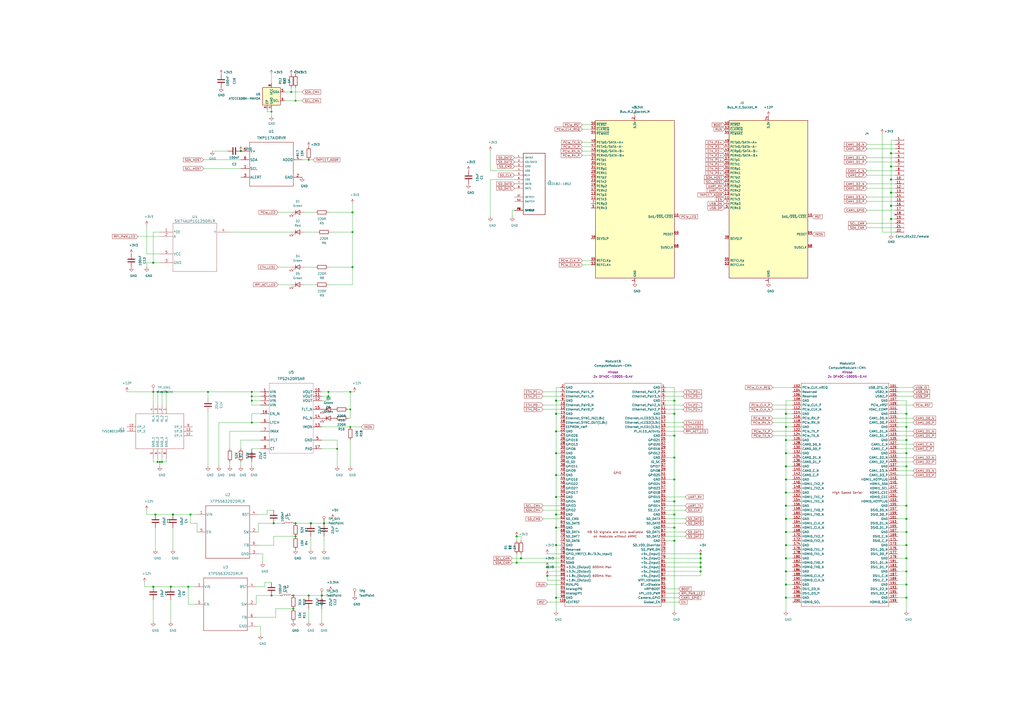
<source format=kicad_sch>
(kicad_sch (version 20210621) (generator eeschema)
  (paper "A2")
  (junction (at 88.9 152.4) (diameter 1.016))
  (junction (at 88.9 227.33))
  (junction (at 88.9 340.36) (diameter 1.016))
  (junction (at 90.17 298.45) (diameter 1.016))
  (junction (at 91.44 227.33))
  (junction (at 91.44 267.97))
  (junction (at 92.71 267.97))
  (junction (at 93.98 227.33))
  (junction (at 93.98 267.97))
  (junction (at 96.52 227.33))
  (junction (at 99.06 340.36) (diameter 1.016))
  (junction (at 100.33 298.45) (diameter 1.016))
  (junction (at 109.22 340.36) (diameter 1.016))
  (junction (at 110.49 298.45) (diameter 1.016))
  (junction (at 120.65 227.33))
  (junction (at 139.7 87.63) (diameter 1.016))
  (junction (at 146.05 227.33))
  (junction (at 146.05 229.87))
  (junction (at 146.05 232.41))
  (junction (at 146.05 245.11))
  (junction (at 157.48 64.77))
  (junction (at 157.48 345.44) (diameter 1.016))
  (junction (at 158.75 303.53) (diameter 1.016))
  (junction (at 168.91 53.34))
  (junction (at 170.18 345.44) (diameter 1.016))
  (junction (at 170.18 353.06) (diameter 1.016))
  (junction (at 171.45 58.42))
  (junction (at 171.45 303.53) (diameter 1.016))
  (junction (at 171.45 311.15) (diameter 1.016))
  (junction (at 179.07 92.71))
  (junction (at 179.07 345.44) (diameter 1.016))
  (junction (at 180.34 303.53) (diameter 1.016))
  (junction (at 186.69 345.44) (diameter 1.016))
  (junction (at 187.96 303.53) (diameter 1.016))
  (junction (at 190.5 227.33))
  (junction (at 190.5 229.87))
  (junction (at 195.58 260.35))
  (junction (at 203.2 227.33))
  (junction (at 203.2 237.49))
  (junction (at 203.2 247.65))
  (junction (at 204.47 123.19) (diameter 1.016))
  (junction (at 204.47 134.62))
  (junction (at 204.47 154.94) (diameter 1.016))
  (junction (at 299.72 311.15) (diameter 1.016))
  (junction (at 299.72 326.39) (diameter 1.016))
  (junction (at 302.26 323.85) (diameter 1.016))
  (junction (at 317.5 328.93) (diameter 1.016))
  (junction (at 317.5 334.01) (diameter 1.016))
  (junction (at 322.58 232.41) (diameter 1.016))
  (junction (at 322.58 240.03) (diameter 1.016))
  (junction (at 322.58 250.19) (diameter 1.016))
  (junction (at 322.58 262.89) (diameter 1.016))
  (junction (at 322.58 275.59) (diameter 1.016))
  (junction (at 322.58 288.29) (diameter 1.016))
  (junction (at 322.58 298.45) (diameter 1.016))
  (junction (at 322.58 306.07) (diameter 1.016))
  (junction (at 322.58 316.23) (diameter 1.016))
  (junction (at 322.58 346.71) (diameter 1.016))
  (junction (at 391.16 232.41) (diameter 1.016))
  (junction (at 391.16 240.03) (diameter 1.016))
  (junction (at 391.16 252.73) (diameter 1.016))
  (junction (at 391.16 265.43) (diameter 1.016))
  (junction (at 391.16 278.13) (diameter 1.016))
  (junction (at 391.16 290.83) (diameter 1.016))
  (junction (at 391.16 298.45) (diameter 1.016))
  (junction (at 391.16 306.07) (diameter 1.016))
  (junction (at 391.16 313.69) (diameter 1.016))
  (junction (at 406.4 321.31) (diameter 1.016))
  (junction (at 406.4 323.85) (diameter 1.016))
  (junction (at 406.4 326.39) (diameter 1.016))
  (junction (at 406.4 328.93) (diameter 1.016))
  (junction (at 406.4 331.47) (diameter 1.016))
  (junction (at 455.93 240.03) (diameter 1.016))
  (junction (at 455.93 247.65) (diameter 1.016))
  (junction (at 455.93 255.27) (diameter 1.016))
  (junction (at 455.93 262.89) (diameter 1.016))
  (junction (at 455.93 270.51) (diameter 1.016))
  (junction (at 455.93 278.13) (diameter 1.016))
  (junction (at 455.93 285.75) (diameter 1.016))
  (junction (at 455.93 293.37) (diameter 1.016))
  (junction (at 455.93 300.99) (diameter 1.016))
  (junction (at 455.93 308.61) (diameter 1.016))
  (junction (at 455.93 316.23) (diameter 1.016))
  (junction (at 455.93 323.85) (diameter 1.016))
  (junction (at 455.93 331.47) (diameter 1.016))
  (junction (at 455.93 339.09) (diameter 1.016))
  (junction (at 455.93 346.71) (diameter 1.016))
  (junction (at 516.89 88.9) (diameter 1.016))
  (junction (at 516.89 96.52) (diameter 1.016))
  (junction (at 516.89 104.14) (diameter 1.016))
  (junction (at 516.89 111.76) (diameter 1.016))
  (junction (at 516.89 119.38) (diameter 1.016))
  (junction (at 516.89 127) (diameter 1.016))
  (junction (at 525.78 240.03) (diameter 1.016))
  (junction (at 525.78 247.65) (diameter 1.016))
  (junction (at 525.78 255.27) (diameter 1.016))
  (junction (at 525.78 262.89) (diameter 1.016))
  (junction (at 525.78 270.51) (diameter 1.016))
  (junction (at 525.78 293.37) (diameter 1.016))
  (junction (at 525.78 300.99) (diameter 1.016))
  (junction (at 525.78 308.61) (diameter 1.016))
  (junction (at 525.78 316.23) (diameter 1.016))
  (junction (at 525.78 323.85) (diameter 1.016))
  (junction (at 525.78 331.47) (diameter 1.016))
  (junction (at 525.78 339.09) (diameter 1.016))
  (junction (at 525.78 346.71) (diameter 1.016))
  (no_connect (at 519.43 124.46))
  (wire (pts (xy 73.66 227.33) (xy 88.9 227.33)))
  (wire (pts (xy 80.01 137.16) (xy 92.71 137.16)))
  (wire (pts (xy 83.82 337.82) (xy 83.82 340.36)))
  (wire (pts (xy 83.82 340.36) (xy 88.9 340.36)))
  (wire (pts (xy 85.09 130.81) (xy 85.09 147.32)))
  (wire (pts (xy 85.09 152.4) (xy 85.09 154.94)))
  (wire (pts (xy 85.09 295.91) (xy 85.09 298.45)))
  (wire (pts (xy 85.09 298.45) (xy 90.17 298.45)))
  (wire (pts (xy 88.9 134.62) (xy 88.9 152.4)))
  (wire (pts (xy 88.9 152.4) (xy 85.09 152.4)))
  (wire (pts (xy 88.9 227.33) (xy 88.9 234.95)))
  (wire (pts (xy 88.9 227.33) (xy 91.44 227.33)))
  (wire (pts (xy 88.9 265.43) (xy 88.9 267.97)))
  (wire (pts (xy 88.9 267.97) (xy 91.44 267.97)))
  (wire (pts (xy 88.9 340.36) (xy 99.06 340.36)))
  (wire (pts (xy 88.9 347.98) (xy 88.9 360.68)))
  (wire (pts (xy 90.17 298.45) (xy 100.33 298.45)))
  (wire (pts (xy 90.17 306.07) (xy 90.17 318.77)))
  (wire (pts (xy 91.44 227.33) (xy 91.44 234.95)))
  (wire (pts (xy 91.44 227.33) (xy 93.98 227.33)))
  (wire (pts (xy 91.44 265.43) (xy 91.44 267.97)))
  (wire (pts (xy 91.44 267.97) (xy 92.71 267.97)))
  (wire (pts (xy 92.71 134.62) (xy 88.9 134.62)))
  (wire (pts (xy 92.71 147.32) (xy 85.09 147.32)))
  (wire (pts (xy 92.71 152.4) (xy 88.9 152.4)))
  (wire (pts (xy 92.71 267.97) (xy 92.71 270.51)))
  (wire (pts (xy 92.71 267.97) (xy 93.98 267.97)))
  (wire (pts (xy 93.98 227.33) (xy 93.98 234.95)))
  (wire (pts (xy 93.98 227.33) (xy 96.52 227.33)))
  (wire (pts (xy 93.98 265.43) (xy 93.98 267.97)))
  (wire (pts (xy 93.98 267.97) (xy 96.52 267.97)))
  (wire (pts (xy 96.52 227.33) (xy 96.52 234.95)))
  (wire (pts (xy 96.52 227.33) (xy 120.65 227.33)))
  (wire (pts (xy 96.52 267.97) (xy 96.52 265.43)))
  (wire (pts (xy 99.06 340.36) (xy 109.22 340.36)))
  (wire (pts (xy 99.06 347.98) (xy 99.06 360.68)))
  (wire (pts (xy 100.33 298.45) (xy 110.49 298.45)))
  (wire (pts (xy 100.33 306.07) (xy 100.33 318.77)))
  (wire (pts (xy 109.22 340.36) (xy 109.22 350.52)))
  (wire (pts (xy 109.22 340.36) (xy 113.03 340.36)))
  (wire (pts (xy 110.49 298.45) (xy 114.3 298.45)))
  (wire (pts (xy 110.49 303.53) (xy 110.49 298.45)))
  (wire (pts (xy 113.03 350.52) (xy 109.22 350.52)))
  (wire (pts (xy 114.3 303.53) (xy 110.49 303.53)))
  (wire (pts (xy 114.3 303.53) (xy 114.3 308.61)))
  (wire (pts (xy 118.11 92.71) (xy 139.7 92.71)))
  (wire (pts (xy 118.11 97.79) (xy 139.7 97.79)))
  (wire (pts (xy 120.65 227.33) (xy 120.65 231.14)))
  (wire (pts (xy 120.65 227.33) (xy 146.05 227.33)))
  (wire (pts (xy 120.65 238.76) (xy 120.65 270.51)))
  (wire (pts (xy 127 245.11) (xy 127 270.51)))
  (wire (pts (xy 132.08 87.63) (xy 123.19 87.63)))
  (wire (pts (xy 133.35 134.62) (xy 168.91 134.62)))
  (wire (pts (xy 133.35 250.19) (xy 133.35 260.35)))
  (wire (pts (xy 133.35 267.97) (xy 133.35 270.51)))
  (wire (pts (xy 139.7 255.27) (xy 139.7 260.35)))
  (wire (pts (xy 139.7 267.97) (xy 139.7 270.51)))
  (wire (pts (xy 146.05 227.33) (xy 151.13 227.33)))
  (wire (pts (xy 146.05 229.87) (xy 146.05 227.33)))
  (wire (pts (xy 146.05 229.87) (xy 151.13 229.87)))
  (wire (pts (xy 146.05 232.41) (xy 146.05 229.87)))
  (wire (pts (xy 146.05 232.41) (xy 151.13 232.41)))
  (wire (pts (xy 146.05 234.95) (xy 146.05 232.41)))
  (wire (pts (xy 146.05 240.03) (xy 146.05 245.11)))
  (wire (pts (xy 146.05 245.11) (xy 127 245.11)))
  (wire (pts (xy 146.05 260.35) (xy 151.13 260.35)))
  (wire (pts (xy 146.05 267.97) (xy 146.05 270.51)))
  (wire (pts (xy 148.59 340.36) (xy 153.67 340.36)))
  (wire (pts (xy 148.59 345.44) (xy 148.59 350.52)))
  (wire (pts (xy 148.59 345.44) (xy 157.48 345.44)))
  (wire (pts (xy 148.59 358.14) (xy 160.02 358.14)))
  (wire (pts (xy 148.59 363.22) (xy 151.13 363.22)))
  (wire (pts (xy 149.86 298.45) (xy 154.94 298.45)))
  (wire (pts (xy 149.86 303.53) (xy 149.86 308.61)))
  (wire (pts (xy 149.86 303.53) (xy 158.75 303.53)))
  (wire (pts (xy 149.86 316.23) (xy 158.75 316.23)))
  (wire (pts (xy 149.86 321.31) (xy 152.4 321.31)))
  (wire (pts (xy 151.13 234.95) (xy 146.05 234.95)))
  (wire (pts (xy 151.13 240.03) (xy 146.05 240.03)))
  (wire (pts (xy 151.13 245.11) (xy 146.05 245.11)))
  (wire (pts (xy 151.13 250.19) (xy 133.35 250.19)))
  (wire (pts (xy 151.13 255.27) (xy 139.7 255.27)))
  (wire (pts (xy 151.13 363.22) (xy 151.13 368.3)))
  (wire (pts (xy 152.4 321.31) (xy 152.4 326.39)))
  (wire (pts (xy 153.67 337.82) (xy 157.48 337.82)))
  (wire (pts (xy 153.67 340.36) (xy 153.67 337.82)))
  (wire (pts (xy 154.94 63.5) (xy 154.94 64.77)))
  (wire (pts (xy 154.94 64.77) (xy 157.48 64.77)))
  (wire (pts (xy 154.94 295.91) (xy 158.75 295.91)))
  (wire (pts (xy 154.94 298.45) (xy 154.94 295.91)))
  (wire (pts (xy 157.48 43.18) (xy 157.48 48.26)))
  (wire (pts (xy 157.48 64.77) (xy 157.48 63.5)))
  (wire (pts (xy 157.48 64.77) (xy 157.48 67.31)))
  (wire (pts (xy 157.48 345.44) (xy 162.56 345.44)))
  (wire (pts (xy 158.75 303.53) (xy 163.83 303.53)))
  (wire (pts (xy 158.75 311.15) (xy 158.75 316.23)))
  (wire (pts (xy 158.75 311.15) (xy 171.45 311.15)))
  (wire (pts (xy 160.02 353.06) (xy 170.18 353.06)))
  (wire (pts (xy 160.02 358.14) (xy 160.02 353.06)))
  (wire (pts (xy 161.29 123.19) (xy 168.91 123.19)))
  (wire (pts (xy 161.29 154.94) (xy 168.91 154.94)))
  (wire (pts (xy 161.29 165.1) (xy 168.91 165.1)))
  (wire (pts (xy 165.1 53.34) (xy 168.91 53.34)))
  (wire (pts (xy 165.1 58.42) (xy 171.45 58.42)))
  (wire (pts (xy 168.91 50.8) (xy 168.91 53.34)))
  (wire (pts (xy 168.91 53.34) (xy 175.26 53.34)))
  (wire (pts (xy 170.18 345.44) (xy 179.07 345.44)))
  (wire (pts (xy 171.45 50.8) (xy 171.45 58.42)))
  (wire (pts (xy 171.45 58.42) (xy 175.26 58.42)))
  (wire (pts (xy 171.45 303.53) (xy 180.34 303.53)))
  (wire (pts (xy 175.26 92.71) (xy 179.07 92.71)))
  (wire (pts (xy 176.53 123.19) (xy 182.88 123.19)))
  (wire (pts (xy 176.53 134.62) (xy 184.15 134.62)))
  (wire (pts (xy 176.53 154.94) (xy 182.88 154.94)))
  (wire (pts (xy 176.53 165.1) (xy 182.88 165.1)))
  (wire (pts (xy 179.07 92.71) (xy 181.61 92.71)))
  (wire (pts (xy 179.07 345.44) (xy 186.69 345.44)))
  (wire (pts (xy 179.07 353.06) (xy 179.07 360.68)))
  (wire (pts (xy 180.34 303.53) (xy 187.96 303.53)))
  (wire (pts (xy 180.34 311.15) (xy 180.34 318.77)))
  (wire (pts (xy 186.69 227.33) (xy 190.5 227.33)))
  (wire (pts (xy 186.69 229.87) (xy 190.5 229.87)))
  (wire (pts (xy 186.69 232.41) (xy 190.5 232.41)))
  (wire (pts (xy 186.69 247.65) (xy 203.2 247.65)))
  (wire (pts (xy 186.69 255.27) (xy 195.58 255.27)))
  (wire (pts (xy 186.69 260.35) (xy 195.58 260.35)))
  (wire (pts (xy 186.69 345.44) (xy 191.77 345.44)))
  (wire (pts (xy 186.69 353.06) (xy 186.69 360.68)))
  (wire (pts (xy 187.96 303.53) (xy 193.04 303.53)))
  (wire (pts (xy 187.96 311.15) (xy 187.96 318.77)))
  (wire (pts (xy 190.5 123.19) (xy 204.47 123.19)))
  (wire (pts (xy 190.5 154.94) (xy 204.47 154.94)))
  (wire (pts (xy 190.5 165.1) (xy 204.47 165.1)))
  (wire (pts (xy 190.5 227.33) (xy 203.2 227.33)))
  (wire (pts (xy 190.5 229.87) (xy 190.5 227.33)))
  (wire (pts (xy 190.5 232.41) (xy 190.5 229.87)))
  (wire (pts (xy 191.77 134.62) (xy 204.47 134.62)))
  (wire (pts (xy 191.77 345.44) (xy 191.77 342.9)))
  (wire (pts (xy 193.04 303.53) (xy 193.04 300.99)))
  (wire (pts (xy 195.58 255.27) (xy 195.58 260.35)))
  (wire (pts (xy 195.58 260.35) (xy 195.58 270.51)))
  (wire (pts (xy 201.93 237.49) (xy 203.2 237.49)))
  (wire (pts (xy 201.93 242.57) (xy 203.2 242.57)))
  (wire (pts (xy 203.2 227.33) (xy 205.74 227.33)))
  (wire (pts (xy 203.2 237.49) (xy 203.2 227.33)))
  (wire (pts (xy 203.2 242.57) (xy 203.2 237.49)))
  (wire (pts (xy 203.2 247.65) (xy 209.55 247.65)))
  (wire (pts (xy 203.2 255.27) (xy 203.2 270.51)))
  (wire (pts (xy 204.47 123.19) (xy 204.47 118.11)))
  (wire (pts (xy 204.47 123.19) (xy 204.47 134.62)))
  (wire (pts (xy 204.47 134.62) (xy 204.47 154.94)))
  (wire (pts (xy 204.47 165.1) (xy 204.47 154.94)))
  (wire (pts (xy 284.48 99.06) (xy 284.48 87.63)))
  (wire (pts (xy 284.48 104.14) (xy 284.48 125.73)))
  (wire (pts (xy 297.18 121.92) (xy 297.18 125.73)))
  (wire (pts (xy 297.18 323.85) (xy 302.26 323.85)))
  (wire (pts (xy 297.18 326.39) (xy 299.72 326.39)))
  (wire (pts (xy 298.45 99.06) (xy 284.48 99.06)))
  (wire (pts (xy 298.45 104.14) (xy 284.48 104.14)))
  (wire (pts (xy 298.45 121.92) (xy 297.18 121.92)))
  (wire (pts (xy 299.72 311.15) (xy 299.72 313.69)))
  (wire (pts (xy 299.72 311.15) (xy 302.26 311.15)))
  (wire (pts (xy 299.72 321.31) (xy 299.72 326.39)))
  (wire (pts (xy 299.72 326.39) (xy 325.12 326.39)))
  (wire (pts (xy 302.26 311.15) (xy 302.26 313.69)))
  (wire (pts (xy 302.26 321.31) (xy 302.26 323.85)))
  (wire (pts (xy 302.26 323.85) (xy 325.12 323.85)))
  (wire (pts (xy 314.96 227.33) (xy 325.12 227.33)))
  (wire (pts (xy 314.96 229.87) (xy 325.12 229.87)))
  (wire (pts (xy 314.96 234.95) (xy 325.12 234.95)))
  (wire (pts (xy 314.96 237.49) (xy 325.12 237.49)))
  (wire (pts (xy 314.96 293.37) (xy 325.12 293.37)))
  (wire (pts (xy 314.96 295.91) (xy 325.12 295.91)))
  (wire (pts (xy 314.96 300.99) (xy 325.12 300.99)))
  (wire (pts (xy 317.5 321.31) (xy 325.12 321.31)))
  (wire (pts (xy 317.5 328.93) (xy 325.12 328.93)))
  (wire (pts (xy 317.5 331.47) (xy 317.5 328.93)))
  (wire (pts (xy 317.5 334.01) (xy 325.12 334.01)))
  (wire (pts (xy 317.5 336.55) (xy 317.5 334.01)))
  (wire (pts (xy 317.5 339.09) (xy 325.12 339.09)))
  (wire (pts (xy 317.5 349.25) (xy 325.12 349.25)))
  (wire (pts (xy 322.58 224.79) (xy 322.58 232.41)))
  (wire (pts (xy 322.58 232.41) (xy 322.58 240.03)))
  (wire (pts (xy 322.58 232.41) (xy 325.12 232.41)))
  (wire (pts (xy 322.58 240.03) (xy 322.58 250.19)))
  (wire (pts (xy 322.58 240.03) (xy 325.12 240.03)))
  (wire (pts (xy 322.58 250.19) (xy 322.58 262.89)))
  (wire (pts (xy 322.58 250.19) (xy 325.12 250.19)))
  (wire (pts (xy 322.58 262.89) (xy 322.58 275.59)))
  (wire (pts (xy 322.58 262.89) (xy 325.12 262.89)))
  (wire (pts (xy 322.58 275.59) (xy 322.58 288.29)))
  (wire (pts (xy 322.58 275.59) (xy 325.12 275.59)))
  (wire (pts (xy 322.58 288.29) (xy 322.58 298.45)))
  (wire (pts (xy 322.58 288.29) (xy 325.12 288.29)))
  (wire (pts (xy 322.58 298.45) (xy 322.58 306.07)))
  (wire (pts (xy 322.58 298.45) (xy 325.12 298.45)))
  (wire (pts (xy 322.58 306.07) (xy 322.58 316.23)))
  (wire (pts (xy 322.58 306.07) (xy 325.12 306.07)))
  (wire (pts (xy 322.58 316.23) (xy 322.58 346.71)))
  (wire (pts (xy 322.58 316.23) (xy 325.12 316.23)))
  (wire (pts (xy 322.58 346.71) (xy 322.58 354.33)))
  (wire (pts (xy 322.58 346.71) (xy 325.12 346.71)))
  (wire (pts (xy 325.12 224.79) (xy 322.58 224.79)))
  (wire (pts (xy 325.12 331.47) (xy 317.5 331.47)))
  (wire (pts (xy 325.12 336.55) (xy 317.5 336.55)))
  (wire (pts (xy 337.82 72.39) (xy 342.9 72.39)))
  (wire (pts (xy 337.82 74.93) (xy 342.9 74.93)))
  (wire (pts (xy 337.82 82.55) (xy 342.9 82.55)))
  (wire (pts (xy 337.82 85.09) (xy 342.9 85.09)))
  (wire (pts (xy 337.82 87.63) (xy 342.9 87.63)))
  (wire (pts (xy 337.82 90.17) (xy 342.9 90.17)))
  (wire (pts (xy 337.82 151.13) (xy 342.9 151.13)))
  (wire (pts (xy 337.82 153.67) (xy 342.9 153.67)))
  (wire (pts (xy 386.08 224.79) (xy 391.16 224.79)))
  (wire (pts (xy 386.08 227.33) (xy 396.24 227.33)))
  (wire (pts (xy 386.08 229.87) (xy 396.24 229.87)))
  (wire (pts (xy 386.08 232.41) (xy 391.16 232.41)))
  (wire (pts (xy 386.08 234.95) (xy 396.24 234.95)))
  (wire (pts (xy 386.08 237.49) (xy 396.24 237.49)))
  (wire (pts (xy 386.08 240.03) (xy 391.16 240.03)))
  (wire (pts (xy 386.08 245.11) (xy 396.24 245.11)))
  (wire (pts (xy 386.08 247.65) (xy 396.24 247.65)))
  (wire (pts (xy 386.08 250.19) (xy 396.24 250.19)))
  (wire (pts (xy 386.08 252.73) (xy 391.16 252.73)))
  (wire (pts (xy 386.08 265.43) (xy 391.16 265.43)))
  (wire (pts (xy 386.08 278.13) (xy 391.16 278.13)))
  (wire (pts (xy 386.08 288.29) (xy 397.51 288.29)))
  (wire (pts (xy 386.08 290.83) (xy 391.16 290.83)))
  (wire (pts (xy 386.08 293.37) (xy 397.51 293.37)))
  (wire (pts (xy 386.08 295.91) (xy 397.51 295.91)))
  (wire (pts (xy 386.08 298.45) (xy 391.16 298.45)))
  (wire (pts (xy 386.08 300.99) (xy 397.51 300.99)))
  (wire (pts (xy 386.08 303.53) (xy 397.51 303.53)))
  (wire (pts (xy 386.08 306.07) (xy 391.16 306.07)))
  (wire (pts (xy 386.08 308.61) (xy 397.51 308.61)))
  (wire (pts (xy 386.08 311.15) (xy 397.51 311.15)))
  (wire (pts (xy 386.08 313.69) (xy 391.16 313.69)))
  (wire (pts (xy 386.08 321.31) (xy 406.4 321.31)))
  (wire (pts (xy 386.08 323.85) (xy 406.4 323.85)))
  (wire (pts (xy 386.08 326.39) (xy 406.4 326.39)))
  (wire (pts (xy 386.08 328.93) (xy 406.4 328.93)))
  (wire (pts (xy 386.08 331.47) (xy 406.4 331.47)))
  (wire (pts (xy 386.08 334.01) (xy 406.4 334.01)))
  (wire (pts (xy 386.08 341.63) (xy 393.7 341.63)))
  (wire (pts (xy 386.08 344.17) (xy 393.7 344.17)))
  (wire (pts (xy 386.08 346.71) (xy 393.7 346.71)))
  (wire (pts (xy 386.08 349.25) (xy 393.7 349.25)))
  (wire (pts (xy 391.16 224.79) (xy 391.16 232.41)))
  (wire (pts (xy 391.16 232.41) (xy 391.16 240.03)))
  (wire (pts (xy 391.16 240.03) (xy 391.16 252.73)))
  (wire (pts (xy 391.16 252.73) (xy 391.16 265.43)))
  (wire (pts (xy 391.16 265.43) (xy 391.16 278.13)))
  (wire (pts (xy 391.16 278.13) (xy 391.16 290.83)))
  (wire (pts (xy 391.16 290.83) (xy 391.16 298.45)))
  (wire (pts (xy 391.16 298.45) (xy 391.16 306.07)))
  (wire (pts (xy 391.16 306.07) (xy 391.16 313.69)))
  (wire (pts (xy 391.16 313.69) (xy 391.16 354.33)))
  (wire (pts (xy 406.4 323.85) (xy 406.4 321.31)))
  (wire (pts (xy 406.4 326.39) (xy 406.4 323.85)))
  (wire (pts (xy 406.4 328.93) (xy 406.4 326.39)))
  (wire (pts (xy 406.4 331.47) (xy 406.4 328.93)))
  (wire (pts (xy 406.4 334.01) (xy 406.4 331.47)))
  (wire (pts (xy 448.31 224.79) (xy 459.74 224.79)))
  (wire (pts (xy 448.31 234.95) (xy 459.74 234.95)))
  (wire (pts (xy 448.31 237.49) (xy 459.74 237.49)))
  (wire (pts (xy 448.31 245.11) (xy 459.74 245.11)))
  (wire (pts (xy 455.93 232.41) (xy 455.93 240.03)))
  (wire (pts (xy 455.93 240.03) (xy 455.93 247.65)))
  (wire (pts (xy 455.93 240.03) (xy 459.74 240.03)))
  (wire (pts (xy 455.93 247.65) (xy 455.93 255.27)))
  (wire (pts (xy 455.93 247.65) (xy 459.74 247.65)))
  (wire (pts (xy 455.93 255.27) (xy 455.93 262.89)))
  (wire (pts (xy 455.93 255.27) (xy 459.74 255.27)))
  (wire (pts (xy 455.93 262.89) (xy 455.93 270.51)))
  (wire (pts (xy 455.93 262.89) (xy 459.74 262.89)))
  (wire (pts (xy 455.93 270.51) (xy 455.93 278.13)))
  (wire (pts (xy 455.93 270.51) (xy 459.74 270.51)))
  (wire (pts (xy 455.93 278.13) (xy 455.93 285.75)))
  (wire (pts (xy 455.93 278.13) (xy 459.74 278.13)))
  (wire (pts (xy 455.93 285.75) (xy 455.93 293.37)))
  (wire (pts (xy 455.93 285.75) (xy 459.74 285.75)))
  (wire (pts (xy 455.93 293.37) (xy 455.93 300.99)))
  (wire (pts (xy 455.93 293.37) (xy 459.74 293.37)))
  (wire (pts (xy 455.93 300.99) (xy 455.93 308.61)))
  (wire (pts (xy 455.93 300.99) (xy 459.74 300.99)))
  (wire (pts (xy 455.93 308.61) (xy 455.93 316.23)))
  (wire (pts (xy 455.93 308.61) (xy 459.74 308.61)))
  (wire (pts (xy 455.93 316.23) (xy 455.93 323.85)))
  (wire (pts (xy 455.93 316.23) (xy 459.74 316.23)))
  (wire (pts (xy 455.93 323.85) (xy 455.93 331.47)))
  (wire (pts (xy 455.93 323.85) (xy 459.74 323.85)))
  (wire (pts (xy 455.93 331.47) (xy 455.93 339.09)))
  (wire (pts (xy 455.93 331.47) (xy 459.74 331.47)))
  (wire (pts (xy 455.93 339.09) (xy 455.93 346.71)))
  (wire (pts (xy 455.93 339.09) (xy 459.74 339.09)))
  (wire (pts (xy 455.93 346.71) (xy 455.93 354.33)))
  (wire (pts (xy 455.93 346.71) (xy 459.74 346.71)))
  (wire (pts (xy 459.74 232.41) (xy 455.93 232.41)))
  (wire (pts (xy 459.74 242.57) (xy 448.31 242.57)))
  (wire (pts (xy 459.74 250.19) (xy 448.31 250.19)))
  (wire (pts (xy 459.74 252.73) (xy 448.31 252.73)))
  (wire (pts (xy 502.92 83.82) (xy 519.43 83.82)))
  (wire (pts (xy 502.92 86.36) (xy 519.43 86.36)))
  (wire (pts (xy 502.92 91.44) (xy 519.43 91.44)))
  (wire (pts (xy 502.92 93.98) (xy 519.43 93.98)))
  (wire (pts (xy 502.92 99.06) (xy 519.43 99.06)))
  (wire (pts (xy 502.92 101.6) (xy 519.43 101.6)))
  (wire (pts (xy 502.92 106.68) (xy 519.43 106.68)))
  (wire (pts (xy 502.92 109.22) (xy 519.43 109.22)))
  (wire (pts (xy 502.92 114.3) (xy 519.43 114.3)))
  (wire (pts (xy 502.92 116.84) (xy 519.43 116.84)))
  (wire (pts (xy 502.92 121.92) (xy 519.43 121.92)))
  (wire (pts (xy 502.92 129.54) (xy 519.43 129.54)))
  (wire (pts (xy 502.92 132.08) (xy 519.43 132.08)))
  (wire (pts (xy 511.81 77.47) (xy 511.81 134.62)))
  (wire (pts (xy 516.89 81.28) (xy 516.89 88.9)))
  (wire (pts (xy 516.89 88.9) (xy 516.89 96.52)))
  (wire (pts (xy 516.89 88.9) (xy 519.43 88.9)))
  (wire (pts (xy 516.89 96.52) (xy 516.89 104.14)))
  (wire (pts (xy 516.89 96.52) (xy 519.43 96.52)))
  (wire (pts (xy 516.89 104.14) (xy 516.89 111.76)))
  (wire (pts (xy 516.89 104.14) (xy 519.43 104.14)))
  (wire (pts (xy 516.89 111.76) (xy 516.89 119.38)))
  (wire (pts (xy 516.89 111.76) (xy 519.43 111.76)))
  (wire (pts (xy 516.89 119.38) (xy 516.89 127)))
  (wire (pts (xy 516.89 119.38) (xy 519.43 119.38)))
  (wire (pts (xy 516.89 127) (xy 516.89 135.89)))
  (wire (pts (xy 516.89 127) (xy 519.43 127)))
  (wire (pts (xy 519.43 81.28) (xy 516.89 81.28)))
  (wire (pts (xy 519.43 134.62) (xy 511.81 134.62)))
  (wire (pts (xy 520.7 224.79) (xy 529.59 224.79)))
  (wire (pts (xy 520.7 227.33) (xy 529.59 227.33)))
  (wire (pts (xy 520.7 229.87) (xy 529.59 229.87)))
  (wire (pts (xy 520.7 232.41) (xy 525.78 232.41)))
  (wire (pts (xy 520.7 234.95) (xy 529.59 234.95)))
  (wire (pts (xy 520.7 240.03) (xy 525.78 240.03)))
  (wire (pts (xy 520.7 242.57) (xy 529.59 242.57)))
  (wire (pts (xy 520.7 245.11) (xy 529.59 245.11)))
  (wire (pts (xy 520.7 247.65) (xy 525.78 247.65)))
  (wire (pts (xy 520.7 250.19) (xy 529.59 250.19)))
  (wire (pts (xy 520.7 252.73) (xy 529.59 252.73)))
  (wire (pts (xy 520.7 255.27) (xy 525.78 255.27)))
  (wire (pts (xy 520.7 257.81) (xy 529.59 257.81)))
  (wire (pts (xy 520.7 260.35) (xy 529.59 260.35)))
  (wire (pts (xy 520.7 262.89) (xy 525.78 262.89)))
  (wire (pts (xy 520.7 265.43) (xy 529.59 265.43)))
  (wire (pts (xy 520.7 267.97) (xy 529.59 267.97)))
  (wire (pts (xy 520.7 270.51) (xy 525.78 270.51)))
  (wire (pts (xy 520.7 273.05) (xy 529.59 273.05)))
  (wire (pts (xy 520.7 275.59) (xy 529.59 275.59)))
  (wire (pts (xy 520.7 293.37) (xy 525.78 293.37)))
  (wire (pts (xy 520.7 300.99) (xy 525.78 300.99)))
  (wire (pts (xy 520.7 308.61) (xy 525.78 308.61)))
  (wire (pts (xy 520.7 316.23) (xy 525.78 316.23)))
  (wire (pts (xy 520.7 323.85) (xy 525.78 323.85)))
  (wire (pts (xy 520.7 331.47) (xy 525.78 331.47)))
  (wire (pts (xy 520.7 339.09) (xy 525.78 339.09)))
  (wire (pts (xy 520.7 346.71) (xy 525.78 346.71)))
  (wire (pts (xy 525.78 232.41) (xy 525.78 240.03)))
  (wire (pts (xy 525.78 240.03) (xy 525.78 247.65)))
  (wire (pts (xy 525.78 247.65) (xy 525.78 255.27)))
  (wire (pts (xy 525.78 255.27) (xy 525.78 262.89)))
  (wire (pts (xy 525.78 262.89) (xy 525.78 270.51)))
  (wire (pts (xy 525.78 270.51) (xy 525.78 293.37)))
  (wire (pts (xy 525.78 293.37) (xy 525.78 300.99)))
  (wire (pts (xy 525.78 300.99) (xy 525.78 308.61)))
  (wire (pts (xy 525.78 308.61) (xy 525.78 316.23)))
  (wire (pts (xy 525.78 316.23) (xy 525.78 323.85)))
  (wire (pts (xy 525.78 323.85) (xy 525.78 331.47)))
  (wire (pts (xy 525.78 331.47) (xy 525.78 339.09)))
  (wire (pts (xy 525.78 339.09) (xy 525.78 346.71)))
  (wire (pts (xy 525.78 346.71) (xy 525.78 354.33)))
  (global_label "RPI_PWR_LED" (shape input) (at 80.01 137.16 180) (property "Intersheet References" "${INTERSHEET_REFS}" (effects hide)))
  (global_label "SDA_HOST" (shape input) (at 118.11 92.71 180) (property "Intersheet References" "${INTERSHEET_REFS}" (effects hide)))
  (global_label "SCL_HOST" (shape input) (at 118.11 97.79 180) (property "Intersheet References" "${INTERSHEET_REFS}" (effects hide)))
  (global_label "PCIe_LED" (shape input) (at 161.29 123.19 180) (property "Intersheet References" "${INTERSHEET_REFS}" (effects hide)))
  (global_label "ETH_LED1" (shape input) (at 161.29 154.94 180) (property "Intersheet References" "${INTERSHEET_REFS}" (effects hide)))
  (global_label "RPI_ACT_LED" (shape input) (at 161.29 165.1 180) (property "Intersheet References" "${INTERSHEET_REFS}" (effects hide)))
  (global_label "SDA_CM4" (shape input) (at 175.26 53.34 0) (property "Intersheet References" "${INTERSHEET_REFS}" (effects hide)))
  (global_label "SCL_CM4" (shape input) (at 175.26 58.42 0) (property "Intersheet References" "${INTERSHEET_REFS}" (effects hide)))
  (global_label "TMP117_ADDR" (shape input) (at 181.61 92.71 0) (property "Intersheet References" "${INTERSHEET_REFS}" (effects hide)))
  (global_label "IMON" (shape input) (at 209.55 247.65 0) (property "Intersheet References" "${INTERSHEET_REFS}" (effects hide)))
  (global_label "SCL_CAM" (shape input) (at 297.18 323.85 180) (property "Intersheet References" "${INTERSHEET_REFS}" (effects hide)))
  (global_label "SDA_CAM" (shape input) (at 297.18 326.39 180) (property "Intersheet References" "${INTERSHEET_REFS}" (effects hide)))
  (global_label "SD_DAT2" (shape input) (at 298.45 91.44 180) (property "Intersheet References" "${INTERSHEET_REFS}" (effects hide)))
  (global_label "SD_DAT3" (shape input) (at 298.45 93.98 180) (property "Intersheet References" "${INTERSHEET_REFS}" (effects hide)))
  (global_label "SD_CMD" (shape input) (at 298.45 96.52 180) (property "Intersheet References" "${INTERSHEET_REFS}" (effects hide)))
  (global_label "SD_CLK" (shape input) (at 298.45 101.6 180) (property "Intersheet References" "${INTERSHEET_REFS}" (effects hide)))
  (global_label "SD_DAT0" (shape input) (at 298.45 106.68 180) (property "Intersheet References" "${INTERSHEET_REFS}" (effects hide)))
  (global_label "SD_DAT1" (shape input) (at 298.45 109.22 180) (property "Intersheet References" "${INTERSHEET_REFS}" (effects hide)))
  (global_label "ETH_P1+" (shape input) (at 314.96 227.33 180) (property "Intersheet References" "${INTERSHEET_REFS}" (effects hide)))
  (global_label "ETH_P1-" (shape input) (at 314.96 229.87 180) (property "Intersheet References" "${INTERSHEET_REFS}" (effects hide)))
  (global_label "ETH_P0-" (shape input) (at 314.96 234.95 180) (property "Intersheet References" "${INTERSHEET_REFS}" (effects hide)))
  (global_label "ETH_P0+" (shape input) (at 314.96 237.49 180) (property "Intersheet References" "${INTERSHEET_REFS}" (effects hide)))
  (global_label "SCL_CM4" (shape input) (at 314.96 293.37 180) (property "Intersheet References" "${INTERSHEET_REFS}" (effects hide)))
  (global_label "SDA_CM4" (shape input) (at 314.96 295.91 180) (property "Intersheet References" "${INTERSHEET_REFS}" (effects hide)))
  (global_label "SD_CMD" (shape input) (at 314.96 300.99 180) (property "Intersheet References" "${INTERSHEET_REFS}" (effects hide)))
  (global_label "RUN" (shape input) (at 317.5 339.09 180) (property "Intersheet References" "${INTERSHEET_REFS}" (effects hide)))
  (global_label "RST" (shape input) (at 317.5 349.25 180) (property "Intersheet References" "${INTERSHEET_REFS}" (effects hide)))
  (global_label "PCIe_RST" (shape input) (at 337.82 72.39 180) (property "Intersheet References" "${INTERSHEET_REFS}" (effects hide)))
  (global_label "PCIe_CLK_REQ" (shape input) (at 337.82 74.93 180) (property "Intersheet References" "${INTERSHEET_REFS}" (effects hide)))
  (global_label "PCIe_TX_N" (shape input) (at 337.82 82.55 180) (property "Intersheet References" "${INTERSHEET_REFS}" (effects hide)))
  (global_label "PCIe_TX_P" (shape input) (at 337.82 85.09 180) (property "Intersheet References" "${INTERSHEET_REFS}" (effects hide)))
  (global_label "PCIe_RX_N" (shape input) (at 337.82 87.63 180) (property "Intersheet References" "${INTERSHEET_REFS}" (effects hide)))
  (global_label "PCIe_RX_P" (shape input) (at 337.82 90.17 180) (property "Intersheet References" "${INTERSHEET_REFS}" (effects hide)))
  (global_label "PCIe_CLK_P" (shape input) (at 337.82 151.13 180) (property "Intersheet References" "${INTERSHEET_REFS}" (effects hide)))
  (global_label "PCIe_CLK_N" (shape input) (at 337.82 153.67 180) (property "Intersheet References" "${INTERSHEET_REFS}" (effects hide)))
  (global_label "PCIe_LED" (shape input) (at 393.7 125.73 0) (property "Intersheet References" "${INTERSHEET_REFS}" (effects hide)))
  (global_label "BOOT" (shape input) (at 393.7 341.63 0) (property "Intersheet References" "${INTERSHEET_REFS}" (effects hide)))
  (global_label "RPI_PWR_LED" (shape input) (at 393.7 344.17 0) (property "Intersheet References" "${INTERSHEET_REFS}" (effects hide)))
  (global_label "CAM1_GPIO" (shape input) (at 393.7 346.71 0) (property "Intersheet References" "${INTERSHEET_REFS}" (effects hide)))
  (global_label "EN" (shape input) (at 393.7 349.25 0) (property "Intersheet References" "${INTERSHEET_REFS}" (effects hide)))
  (global_label "ETH_P3+" (shape input) (at 396.24 227.33 0) (property "Intersheet References" "${INTERSHEET_REFS}" (effects hide)))
  (global_label "ETH_P3-" (shape input) (at 396.24 229.87 0) (property "Intersheet References" "${INTERSHEET_REFS}" (effects hide)))
  (global_label "ETH_P2-" (shape input) (at 396.24 234.95 0) (property "Intersheet References" "${INTERSHEET_REFS}" (effects hide)))
  (global_label "ETH_P2+" (shape input) (at 396.24 237.49 0) (property "Intersheet References" "${INTERSHEET_REFS}" (effects hide)))
  (global_label "ETH_LED2" (shape input) (at 396.24 245.11 0) (property "Intersheet References" "${INTERSHEET_REFS}" (effects hide)))
  (global_label "ETH_LED1" (shape input) (at 396.24 247.65 0) (property "Intersheet References" "${INTERSHEET_REFS}" (effects hide)))
  (global_label "RPI_ACT_LED" (shape input) (at 396.24 250.19 0) (property "Intersheet References" "${INTERSHEET_REFS}" (effects hide)))
  (global_label "UART_RX" (shape input) (at 397.51 288.29 0) (property "Intersheet References" "${INTERSHEET_REFS}" (effects hide)))
  (global_label "UART_TX" (shape input) (at 397.51 293.37 0) (property "Intersheet References" "${INTERSHEET_REFS}" (effects hide)))
  (global_label "SD_CLK" (shape input) (at 397.51 295.91 0) (property "Intersheet References" "${INTERSHEET_REFS}" (effects hide)))
  (global_label "SD_DAT3" (shape input) (at 397.51 300.99 0) (property "Intersheet References" "${INTERSHEET_REFS}" (effects hide)))
  (global_label "SD_DAT0" (shape input) (at 397.51 303.53 0) (property "Intersheet References" "${INTERSHEET_REFS}" (effects hide)))
  (global_label "SD_DAT1" (shape input) (at 397.51 308.61 0) (property "Intersheet References" "${INTERSHEET_REFS}" (effects hide)))
  (global_label "SD_DAT2" (shape input) (at 397.51 311.15 0) (property "Intersheet References" "${INTERSHEET_REFS}" (effects hide)))
  (global_label "BOOT" (shape input) (at 420.37 72.39 180) (property "Intersheet References" "${INTERSHEET_REFS}" (effects hide)))
  (global_label "RUN" (shape input) (at 420.37 74.93 180) (property "Intersheet References" "${INTERSHEET_REFS}" (effects hide)))
  (global_label "ETH_P3+" (shape input) (at 420.37 82.55 180) (property "Intersheet References" "${INTERSHEET_REFS}" (effects hide)))
  (global_label "ETH_P3-" (shape input) (at 420.37 85.09 180) (property "Intersheet References" "${INTERSHEET_REFS}" (effects hide)))
  (global_label "ETH_P2-" (shape input) (at 420.37 87.63 180) (property "Intersheet References" "${INTERSHEET_REFS}" (effects hide)))
  (global_label "ETH_P2+" (shape input) (at 420.37 90.17 180) (property "Intersheet References" "${INTERSHEET_REFS}" (effects hide)))
  (global_label "ETH_P1+" (shape input) (at 420.37 92.71 180) (property "Intersheet References" "${INTERSHEET_REFS}" (effects hide)))
  (global_label "ETH_P1-" (shape input) (at 420.37 95.25 180) (property "Intersheet References" "${INTERSHEET_REFS}" (effects hide)))
  (global_label "ETH_P0-" (shape input) (at 420.37 97.79 180) (property "Intersheet References" "${INTERSHEET_REFS}" (effects hide)))
  (global_label "ETH_P0+" (shape input) (at 420.37 100.33 180) (property "Intersheet References" "${INTERSHEET_REFS}" (effects hide)))
  (global_label "SDA_HOST" (shape input) (at 420.37 102.87 180) (property "Intersheet References" "${INTERSHEET_REFS}" (effects hide)))
  (global_label "SCL_HOST" (shape input) (at 420.37 105.41 180) (property "Intersheet References" "${INTERSHEET_REFS}" (effects hide)))
  (global_label "UART_RX" (shape input) (at 420.37 107.95 180) (property "Intersheet References" "${INTERSHEET_REFS}" (effects hide)))
  (global_label "UART_TX" (shape input) (at 420.37 110.49 180) (property "Intersheet References" "${INTERSHEET_REFS}" (effects hide)))
  (global_label "TMP117_ADDR" (shape input) (at 420.37 113.03 180) (property "Intersheet References" "${INTERSHEET_REFS}" (effects hide)))
  (global_label "EN" (shape input) (at 420.37 115.57 180) (property "Intersheet References" "${INTERSHEET_REFS}" (effects hide)))
  (global_label "USB_DN" (shape input) (at 420.37 118.11 180) (property "Intersheet References" "${INTERSHEET_REFS}" (effects hide)))
  (global_label "USB_DP" (shape input) (at 420.37 120.65 180) (property "Intersheet References" "${INTERSHEET_REFS}" (effects hide)))
  (global_label "PCIe_CLK_REQ" (shape input) (at 448.31 224.79 180) (property "Intersheet References" "${INTERSHEET_REFS}" (effects hide)))
  (global_label "PCIe_CLK_P" (shape input) (at 448.31 234.95 180) (property "Intersheet References" "${INTERSHEET_REFS}" (effects hide)))
  (global_label "PCIe_CLK_N" (shape input) (at 448.31 237.49 180) (property "Intersheet References" "${INTERSHEET_REFS}" (effects hide)))
  (global_label "PCIe_RX_P" (shape input) (at 448.31 242.57 180) (property "Intersheet References" "${INTERSHEET_REFS}" (effects hide)))
  (global_label "PCIe_RX_N" (shape input) (at 448.31 245.11 180) (property "Intersheet References" "${INTERSHEET_REFS}" (effects hide)))
  (global_label "PCIe_TX_P" (shape input) (at 448.31 250.19 180) (property "Intersheet References" "${INTERSHEET_REFS}" (effects hide)))
  (global_label "PCIe_TX_N" (shape input) (at 448.31 252.73 180) (property "Intersheet References" "${INTERSHEET_REFS}" (effects hide)))
  (global_label "RST" (shape input) (at 471.17 125.73 0) (property "Intersheet References" "${INTERSHEET_REFS}" (effects hide)))
  (global_label "IMON" (shape input) (at 471.17 135.89 0) (property "Intersheet References" "${INTERSHEET_REFS}" (effects hide)))
  (global_label "CAM1_D0_N" (shape input) (at 502.92 83.82 180) (property "Intersheet References" "${INTERSHEET_REFS}" (effects hide)))
  (global_label "CAM1_D0_P" (shape input) (at 502.92 86.36 180) (property "Intersheet References" "${INTERSHEET_REFS}" (effects hide)))
  (global_label "CAM1_D1_N" (shape input) (at 502.92 91.44 180) (property "Intersheet References" "${INTERSHEET_REFS}" (effects hide)))
  (global_label "CAM1_D1_P" (shape input) (at 502.92 93.98 180) (property "Intersheet References" "${INTERSHEET_REFS}" (effects hide)))
  (global_label "CAM1_C_N" (shape input) (at 502.92 99.06 180) (property "Intersheet References" "${INTERSHEET_REFS}" (effects hide)))
  (global_label "CAM1_C_P" (shape input) (at 502.92 101.6 180) (property "Intersheet References" "${INTERSHEET_REFS}" (effects hide)))
  (global_label "CAM1_D2_N" (shape input) (at 502.92 106.68 180) (property "Intersheet References" "${INTERSHEET_REFS}" (effects hide)))
  (global_label "CAM1_D2_P" (shape input) (at 502.92 109.22 180) (property "Intersheet References" "${INTERSHEET_REFS}" (effects hide)))
  (global_label "CAM1_D3_N" (shape input) (at 502.92 114.3 180) (property "Intersheet References" "${INTERSHEET_REFS}" (effects hide)))
  (global_label "CAM1_D3_P" (shape input) (at 502.92 116.84 180) (property "Intersheet References" "${INTERSHEET_REFS}" (effects hide)))
  (global_label "CAM1_GPIO" (shape input) (at 502.92 121.92 180) (property "Intersheet References" "${INTERSHEET_REFS}" (effects hide)))
  (global_label "SCL_CAM" (shape input) (at 502.92 129.54 180) (property "Intersheet References" "${INTERSHEET_REFS}" (effects hide)))
  (global_label "SDA_CAM" (shape input) (at 502.92 132.08 180) (property "Intersheet References" "${INTERSHEET_REFS}" (effects hide)))
  (global_label "USB_ID" (shape input) (at 529.59 224.79 0) (property "Intersheet References" "${INTERSHEET_REFS}" (effects hide)))
  (global_label "USB_DN" (shape input) (at 529.59 227.33 0) (property "Intersheet References" "${INTERSHEET_REFS}" (effects hide)))
  (global_label "USB_DP" (shape input) (at 529.59 229.87 0) (property "Intersheet References" "${INTERSHEET_REFS}" (effects hide)))
  (global_label "PCIe_RST" (shape input) (at 529.59 234.95 0) (property "Intersheet References" "${INTERSHEET_REFS}" (effects hide)))
  (global_label "CAM1_D0_N" (shape input) (at 529.59 242.57 0) (property "Intersheet References" "${INTERSHEET_REFS}" (effects hide)))
  (global_label "CAM1_D0_P" (shape input) (at 529.59 245.11 0) (property "Intersheet References" "${INTERSHEET_REFS}" (effects hide)))
  (global_label "CAM1_D1_N" (shape input) (at 529.59 250.19 0) (property "Intersheet References" "${INTERSHEET_REFS}" (effects hide)))
  (global_label "CAM1_D1_P" (shape input) (at 529.59 252.73 0) (property "Intersheet References" "${INTERSHEET_REFS}" (effects hide)))
  (global_label "CAM1_C_N" (shape input) (at 529.59 257.81 0) (property "Intersheet References" "${INTERSHEET_REFS}" (effects hide)))
  (global_label "CAM1_C_P" (shape input) (at 529.59 260.35 0) (property "Intersheet References" "${INTERSHEET_REFS}" (effects hide)))
  (global_label "CAM1_D2_N" (shape input) (at 529.59 265.43 0) (property "Intersheet References" "${INTERSHEET_REFS}" (effects hide)))
  (global_label "CAM1_D2_P" (shape input) (at 529.59 267.97 0) (property "Intersheet References" "${INTERSHEET_REFS}" (effects hide)))
  (global_label "CAM1_D3_N" (shape input) (at 529.59 273.05 0) (property "Intersheet References" "${INTERSHEET_REFS}" (effects hide)))
  (global_label "CAM1_D3_P" (shape input) (at 529.59 275.59 0) (property "Intersheet References" "${INTERSHEET_REFS}" (effects hide)))
  (symbol (lib_id "power:+12P") (at 73.66 227.33 0) (unit 1)
    (property "Reference" "#PWR0153" (effects hide))
    (property "Value" "+12P" (at 73.66 222.25 0))
  )
  (symbol (lib_id "power:+3V3") (at 76.2 147.32 0) (unit 1)
    (property "Reference" "#PWR0148" (effects hide))
    (property "Value" "+3V3" (at 77.47 142.24 0))
  )
  (symbol (lib_id "power:+12V") (at 83.82 337.82 0) (unit 1)
    (property "Reference" "#PWR0129" (effects hide))
    (property "Value" "+12V" (at 85.09 332.74 0))
  )
  (symbol (lib_id "power:+3V3") (at 85.09 130.81 0) (unit 1)
    (property "Reference" "#PWR0147" (effects hide))
    (property "Value" "+3V3" (at 86.36 125.73 0))
  )
  (symbol (lib_id "power:+12V") (at 85.09 295.91 0) (unit 1)
    (property "Reference" "#PWR0122" (effects hide))
    (property "Value" "+12V" (at 86.36 290.83 0))
  )
  (symbol (lib_id "power:+3.3V") (at 128.27 43.18 0) (unit 1)
    (property "Reference" "#PWR0159" (effects hide))
    (property "Value" "+3.3V" (at 132.08 41.91 0))
  )
  (symbol (lib_id "power:+3.3V") (at 139.7 87.63 0) (unit 1)
    (property "Reference" "#PWR0116" (effects hide))
    (property "Value" "+3.3V" (at 143.51 86.36 0))
  )
  (symbol (lib_id "power:+3.3V") (at 157.48 43.18 0) (unit 1)
    (property "Reference" "#PWR0149" (effects hide))
    (property "Value" "+3.3V" (at 161.29 41.91 0))
  )
  (symbol (lib_id "power:+3.3V") (at 168.91 43.18 0) (unit 1)
    (property "Reference" "#PWR0118" (effects hide))
    (property "Value" "+3.3V" (at 172.72 41.91 0))
  )
  (symbol (lib_id "power:+3.3V") (at 171.45 43.18 0) (unit 1)
    (property "Reference" "#PWR0144" (effects hide))
    (property "Value" "+3.3V" (at 175.26 41.91 0))
  )
  (symbol (lib_id "power:+3.3V") (at 179.07 85.09 0) (unit 1)
    (property "Reference" "#PWR0158" (effects hide))
    (property "Value" "+3.3V" (at 182.88 83.82 0))
  )
  (symbol (lib_id "power:+3.3VA") (at 191.77 342.9 0) (unit 1)
    (property "Reference" "#PWR0140" (effects hide))
    (property "Value" "+3.3VA" (at 193.04 337.82 0))
  )
  (symbol (lib_id "power:+5V") (at 193.04 300.99 0) (unit 1)
    (property "Reference" "#PWR0111" (effects hide))
    (property "Value" "+5V" (at 194.31 295.91 0))
  )
  (symbol (lib_id "power:+3V3") (at 204.47 118.11 0) (unit 1)
    (property "Reference" "#PWR0134" (effects hide))
    (property "Value" "+3V3" (at 205.74 113.03 0))
  )
  (symbol (lib_id "power:+12V") (at 205.74 227.33 0) (unit 1)
    (property "Reference" "#PWR0135" (effects hide))
    (property "Value" "+12V" (at 207.01 222.25 0))
  )
  (symbol (lib_id "power:+3V3") (at 271.78 99.06 0) (unit 1)
    (property "Reference" "#PWR0131" (effects hide))
    (property "Value" "+3V3" (at 273.05 93.98 0))
  )
  (symbol (lib_id "power:+3V3") (at 284.48 87.63 0) (unit 1)
    (property "Reference" "#PWR0109" (effects hide))
    (property "Value" "+3V3" (at 285.75 82.55 0))
  )
  (symbol (lib_id "power:+3.3V") (at 299.72 311.15 0) (unit 1)
    (property "Reference" "#PWR0106" (effects hide))
    (property "Value" "+3.3V" (at 303.53 309.88 0))
  )
  (symbol (lib_id "power:+3V3") (at 317.5 321.31 0) (unit 1)
    (property "Reference" "#PWR0114" (effects hide))
    (property "Value" "+3V3" (at 318.77 316.23 0))
  )
  (symbol (lib_id "power:+3V3") (at 317.5 328.93 0) (unit 1)
    (property "Reference" "#PWR0112" (effects hide))
    (property "Value" "+3V3" (at 318.77 323.85 0))
  )
  (symbol (lib_id "power:+1V8") (at 317.5 334.01 0) (unit 1)
    (property "Reference" "#PWR0113" (effects hide))
    (property "Value" "+1V8" (at 318.77 328.93 0))
  )
  (symbol (lib_id "power:+3.3VA") (at 368.3 67.31 0) (unit 1)
    (property "Reference" "#PWR0141" (effects hide))
    (property "Value" "+3.3VA" (at 369.57 62.23 0))
  )
  (symbol (lib_id "power:+5V") (at 406.4 321.31 0) (unit 1)
    (property "Reference" "#PWR0102" (effects hide))
    (property "Value" "+5V" (at 407.67 316.23 0))
  )
  (symbol (lib_id "power:+12P") (at 445.77 67.31 0) (unit 1)
    (property "Reference" "#PWR0126" (effects hide))
    (property "Value" "+12P" (at 445.77 62.23 0))
  )
  (symbol (lib_id "power:+3.3V") (at 511.81 77.47 0) (unit 1)
    (property "Reference" "#PWR0143" (effects hide))
    (property "Value" "+3.3V" (at 515.62 76.2 0))
  )
  (symbol (lib_id "Connector:TestPoint") (at 88.9 227.33 0) (unit 1)
    (property "Reference" "TP_VIN1" (at 91.44 224.79 0) (effects (justify left)))
    (property "Value" "TestPoint" (at 91.44 227.33 0) (effects (justify left)))
    (property "Footprint" "TestPoint:TestPoint_Pad_D2.0mm" (effects hide))
  )
  (symbol (lib_id "Connector:TestPoint") (at 186.69 345.44 0) (unit 1)
    (property "Reference" "TP_3V3" (at 189.23 342.9 0) (effects (justify left)))
    (property "Value" "TestPoint" (at 189.23 345.44 0) (effects (justify left)))
    (property "Footprint" "TestPoint:TestPoint_Pad_D2.0mm" (effects hide))
  )
  (symbol (lib_id "Connector:TestPoint") (at 187.96 303.53 0) (unit 1)
    (property "Reference" "TP_5V1" (at 190.5 300.99 0) (effects (justify left)))
    (property "Value" "TestPoint" (at 190.5 303.53 0) (effects (justify left)))
    (property "Footprint" "TestPoint:TestPoint_Pad_D2.0mm" (effects hide))
  )
  (symbol (lib_id "Connector:TestPoint") (at 205.74 345.44 0) (unit 1)
    (property "Reference" "TP6" (at 208.28 342.9 0) (effects (justify left)))
    (property "Value" "TestPoint" (at 208.28 345.44 0) (effects (justify left)))
    (property "Footprint" "TestPoint:TestPoint_Pad_D2.0mm" (effects hide))
  )
  (symbol (lib_id "power:GND") (at 76.2 154.94 0) (unit 1)
    (property "Reference" "#PWR0145" (effects hide))
    (property "Value" "GND" (at 77.47 160.02 0))
  )
  (symbol (lib_id "power:GND") (at 85.09 154.94 0) (unit 1)
    (property "Reference" "#PWR0146" (effects hide))
    (property "Value" "GND" (at 86.36 160.02 0))
  )
  (symbol (lib_id "power:GND") (at 88.9 360.68 0) (unit 1)
    (property "Reference" "#PWR0127" (effects hide))
    (property "Value" "GND" (at 90.17 365.76 0))
  )
  (symbol (lib_id "power:GND") (at 90.17 318.77 0) (unit 1)
    (property "Reference" "#PWR0124" (effects hide))
    (property "Value" "GND" (at 91.44 323.85 0))
  )
  (symbol (lib_id "power:GND") (at 92.71 270.51 0) (unit 1)
    (property "Reference" "#PWR0157" (effects hide))
    (property "Value" "GND" (at 93.98 275.59 0))
  )
  (symbol (lib_id "power:GND") (at 99.06 360.68 0) (unit 1)
    (property "Reference" "#PWR0128" (effects hide))
    (property "Value" "GND" (at 100.33 365.76 0))
  )
  (symbol (lib_id "power:GND") (at 100.33 318.77 0) (unit 1)
    (property "Reference" "#PWR0123" (effects hide))
    (property "Value" "GND" (at 101.6 323.85 0))
  )
  (symbol (lib_id "power:GND") (at 120.65 270.51 0) (unit 1)
    (property "Reference" "#PWR0156" (effects hide))
    (property "Value" "GND" (at 121.92 275.59 0))
  )
  (symbol (lib_id "power:GND") (at 123.19 87.63 0) (unit 1)
    (property "Reference" "#PWR0130" (effects hide))
    (property "Value" "GND" (at 123.317 92.0242 0))
  )
  (symbol (lib_id "power:GND") (at 127 270.51 0) (unit 1)
    (property "Reference" "#PWR0155" (effects hide))
    (property "Value" "GND" (at 128.27 275.59 0))
  )
  (symbol (lib_id "power:GND") (at 128.27 50.8 0) (unit 1)
    (property "Reference" "#PWR0160" (effects hide))
    (property "Value" "GND" (at 128.397 55.1942 0))
  )
  (symbol (lib_id "power:GND") (at 133.35 270.51 0) (unit 1)
    (property "Reference" "#PWR0154" (effects hide))
    (property "Value" "GND" (at 134.62 275.59 0))
  )
  (symbol (lib_id "power:GND") (at 139.7 270.51 0) (unit 1)
    (property "Reference" "#PWR0152" (effects hide))
    (property "Value" "GND" (at 140.97 275.59 0))
  )
  (symbol (lib_id "power:GND") (at 146.05 270.51 0) (unit 1)
    (property "Reference" "#PWR0151" (effects hide))
    (property "Value" "GND" (at 147.32 275.59 0))
  )
  (symbol (lib_id "power:GND") (at 151.13 368.3 0) (unit 1)
    (property "Reference" "#PWR0138" (effects hide))
    (property "Value" "GND" (at 152.4 373.38 0))
  )
  (symbol (lib_id "power:GND") (at 152.4 326.39 0) (unit 1)
    (property "Reference" "#PWR0107" (effects hide))
    (property "Value" "GND" (at 153.67 331.47 0))
  )
  (symbol (lib_id "power:GND") (at 157.48 67.31 0) (unit 1)
    (property "Reference" "#PWR0161" (effects hide))
    (property "Value" "GND" (at 157.607 71.7042 0))
  )
  (symbol (lib_id "power:GND") (at 170.18 360.68 0) (unit 1)
    (property "Reference" "#PWR0139" (effects hide))
    (property "Value" "GND" (at 171.45 365.76 0))
  )
  (symbol (lib_id "power:GND") (at 171.45 318.77 0) (unit 1)
    (property "Reference" "#PWR0121" (effects hide))
    (property "Value" "GND" (at 172.72 323.85 0))
  )
  (symbol (lib_id "power:GND") (at 175.26 102.87 0) (unit 1)
    (property "Reference" "#PWR0117" (effects hide))
    (property "Value" "GND" (at 176.53 107.95 0))
  )
  (symbol (lib_id "power:GND") (at 179.07 360.68 0) (unit 1)
    (property "Reference" "#PWR0136" (effects hide))
    (property "Value" "GND" (at 180.34 365.76 0))
  )
  (symbol (lib_id "power:GND") (at 180.34 318.77 0) (unit 1)
    (property "Reference" "#PWR0119" (effects hide))
    (property "Value" "GND" (at 181.61 323.85 0))
  )
  (symbol (lib_id "power:GND") (at 186.69 360.68 0) (unit 1)
    (property "Reference" "#PWR0137" (effects hide))
    (property "Value" "GND" (at 187.96 365.76 0))
  )
  (symbol (lib_id "power:GND") (at 187.96 318.77 0) (unit 1)
    (property "Reference" "#PWR0120" (effects hide))
    (property "Value" "GND" (at 189.23 323.85 0))
  )
  (symbol (lib_id "power:GND") (at 195.58 270.51 0) (unit 1)
    (property "Reference" "#PWR0150" (effects hide))
    (property "Value" "GND" (at 196.85 275.59 0))
  )
  (symbol (lib_id "power:GND") (at 203.2 270.51 0) (unit 1)
    (property "Reference" "#PWR0115" (effects hide))
    (property "Value" "GND" (at 204.47 275.59 0))
  )
  (symbol (lib_id "power:GND") (at 205.74 345.44 0) (unit 1)
    (property "Reference" "#PWR0125" (effects hide))
    (property "Value" "GND" (at 207.01 350.52 0))
  )
  (symbol (lib_id "power:GND") (at 271.78 106.68 0) (unit 1)
    (property "Reference" "#PWR0132" (effects hide))
    (property "Value" "GND" (at 273.05 111.76 0))
  )
  (symbol (lib_id "power:GND") (at 284.48 125.73 0) (unit 1)
    (property "Reference" "#PWR0108" (effects hide))
    (property "Value" "GND" (at 285.75 130.81 0))
  )
  (symbol (lib_id "power:GND") (at 297.18 125.73 0) (unit 1)
    (property "Reference" "#PWR0133" (effects hide))
    (property "Value" "GND" (at 298.45 130.81 0))
  )
  (symbol (lib_id "power:GND") (at 322.58 354.33 0) (unit 1)
    (property "Reference" "#PWR0105" (effects hide))
    (property "Value" "GND" (at 323.85 359.41 0))
  )
  (symbol (lib_id "power:GND") (at 368.3 163.83 0) (unit 1)
    (property "Reference" "#PWR0142" (effects hide))
    (property "Value" "GND" (at 369.57 168.91 0))
  )
  (symbol (lib_id "power:GND") (at 391.16 354.33 0) (unit 1)
    (property "Reference" "#PWR0104" (effects hide))
    (property "Value" "GND" (at 392.43 359.41 0))
  )
  (symbol (lib_id "power:GND") (at 445.77 163.83 0) (unit 1)
    (property "Reference" "#PWR0110" (effects hide))
    (property "Value" "GND" (at 447.04 168.91 0))
  )
  (symbol (lib_id "power:GND") (at 455.93 354.33 0) (unit 1)
    (property "Reference" "#PWR0103" (effects hide))
    (property "Value" "GND" (at 457.2 359.41 0))
  )
  (symbol (lib_id "power:GND") (at 516.89 135.89 0) (unit 1)
    (property "Reference" "#PWR0162" (effects hide))
    (property "Value" "GND" (at 517.017 140.2842 0))
  )
  (symbol (lib_id "power:GND") (at 525.78 354.33 0) (unit 1)
    (property "Reference" "#PWR0101" (effects hide))
    (property "Value" "GND" (at 527.05 359.41 0))
  )
  (symbol (lib_id "Device:L") (at 166.37 345.44 90) (unit 1)
    (property "Reference" "L2" (at 166.37 340.36 90))
    (property "Value" "L" (at 166.37 342.9 90))
    (property "Footprint" "Inductor_SMD:L_Coilcraft_XAL5030" (effects hide))
  )
  (symbol (lib_id "Device:L") (at 167.64 303.53 90) (unit 1)
    (property "Reference" "L1" (at 167.64 298.45 90))
    (property "Value" "L" (at 167.64 300.99 90))
    (property "Footprint" "Inductor_SMD:L_Coilcraft_XAL5030" (effects hide))
  )
  (symbol (lib_id "Device:R") (at 133.35 264.16 0) (unit 1)
    (property "Reference" "R7" (at 139.7 264.16 90))
    (property "Value" "52K" (at 137.16 264.16 90))
    (property "Footprint" "Resistor_SMD:R_0402_1005Metric" (effects hide))
  )
  (symbol (lib_id "Device:R") (at 139.7 264.16 0) (unit 1)
    (property "Reference" "R14" (at 146.05 264.16 90))
    (property "Value" "52K" (at 143.51 264.16 90))
    (property "Footprint" "Resistor_SMD:R_0402_1005Metric" (effects hide))
  )
  (symbol (lib_id "Device:R") (at 168.91 46.99 180) (unit 1)
    (property "Reference" "R12" (at 162.56 46.99 90))
    (property "Value" "1K" (at 165.1 46.99 90))
    (property "Footprint" "Resistor_SMD:R_0402_1005Metric" (effects hide))
  )
  (symbol (lib_id "Device:R") (at 170.18 349.25 0) (unit 1)
    (property "Reference" "R10" (at 176.53 349.25 90))
    (property "Value" "31K" (at 173.99 349.25 90))
    (property "Footprint" "Resistor_SMD:R_0402_1005Metric" (effects hide))
  )
  (symbol (lib_id "Device:R") (at 170.18 356.87 0) (unit 1)
    (property "Reference" "R11" (at 176.53 356.87 90))
    (property "Value" "10K" (at 173.99 356.87 90))
    (property "Footprint" "Resistor_SMD:R_0402_1005Metric" (effects hide))
  )
  (symbol (lib_id "Device:R") (at 171.45 46.99 180) (unit 1)
    (property "Reference" "R13" (at 165.1 46.99 90))
    (property "Value" "1K" (at 167.64 46.99 90))
    (property "Footprint" "Resistor_SMD:R_0402_1005Metric" (effects hide))
  )
  (symbol (lib_id "Device:R") (at 171.45 307.34 0) (unit 1)
    (property "Reference" "R3" (at 177.8 307.34 90))
    (property "Value" "52K" (at 175.26 307.34 90))
    (property "Footprint" "Resistor_SMD:R_0402_1005Metric" (effects hide))
  )
  (symbol (lib_id "Device:R") (at 171.45 314.96 0) (unit 1)
    (property "Reference" "R4" (at 177.8 314.96 90))
    (property "Value" "10K" (at 175.26 314.96 90))
    (property "Footprint" "Resistor_SMD:R_0402_1005Metric" (effects hide))
  )
  (symbol (lib_id "Device:R") (at 179.07 88.9 180) (unit 1)
    (property "Reference" "R17" (at 172.72 88.9 90))
    (property "Value" "10K" (at 175.26 88.9 90))
    (property "Footprint" "Resistor_SMD:R_0402_1005Metric" (effects hide))
  )
  (symbol (lib_id "Device:R") (at 186.69 123.19 270) (unit 1)
    (property "Reference" "R5" (at 186.69 129.54 90))
    (property "Value" "220R" (at 186.69 127 90))
    (property "Footprint" "Resistor_SMD:R_0402_1005Metric" (effects hide))
  )
  (symbol (lib_id "Device:R") (at 186.69 154.94 270) (unit 1)
    (property "Reference" "R8" (at 186.69 161.29 90))
    (property "Value" "220R" (at 186.69 158.75 90))
    (property "Footprint" "Resistor_SMD:R_0402_1005Metric" (effects hide))
  )
  (symbol (lib_id "Device:R") (at 186.69 165.1 270) (unit 1)
    (property "Reference" "R9" (at 186.69 171.45 90))
    (property "Value" "220R" (at 186.69 168.91 90))
    (property "Footprint" "Resistor_SMD:R_0402_1005Metric" (effects hide))
  )
  (symbol (lib_id "Device:R") (at 187.96 134.62 270) (unit 1)
    (property "Reference" "R6" (at 187.96 140.97 90))
    (property "Value" "220R" (at 187.96 138.43 90))
    (property "Footprint" "Resistor_SMD:R_0402_1005Metric" (effects hide))
  )
  (symbol (lib_id "Device:R") (at 198.12 237.49 270) (unit 1)
    (property "Reference" "R15" (at 198.12 243.84 90))
    (property "Value" "220R" (at 198.12 241.3 90))
    (property "Footprint" "Resistor_SMD:R_0402_1005Metric" (effects hide))
  )
  (symbol (lib_id "Device:R") (at 198.12 242.57 270) (unit 1)
    (property "Reference" "R16" (at 198.12 248.92 90))
    (property "Value" "220R" (at 198.12 246.38 90))
    (property "Footprint" "Resistor_SMD:R_0402_1005Metric" (effects hide))
  )
  (symbol (lib_id "Device:R") (at 203.2 251.46 0) (unit 1)
    (property "Reference" "R18" (at 209.55 251.46 90))
    (property "Value" "10K" (at 207.01 251.46 90))
    (property "Footprint" "Resistor_SMD:R_0402_1005Metric" (effects hide))
  )
  (symbol (lib_id "Device:R") (at 299.72 317.5 180) (unit 1)
    (property "Reference" "R1" (at 293.37 317.5 90))
    (property "Value" "1K" (at 295.91 317.5 90))
    (property "Footprint" "Resistor_SMD:R_0402_1005Metric" (effects hide))
  )
  (symbol (lib_id "Device:R") (at 302.26 317.5 180) (unit 1)
    (property "Reference" "R2" (at 295.91 317.5 90))
    (property "Value" "1K" (at 298.45 317.5 90))
    (property "Footprint" "Resistor_SMD:R_0402_1005Metric" (effects hide))
  )
  (symbol (lib_id "Device:LED") (at 172.72 123.19 0) (unit 1)
    (property "Reference" "D1" (at 172.72 116.84 0))
    (property "Value" "Green" (at 172.72 119.38 0))
    (property "Footprint" "LED_SMD:LED_0603_1608Metric" (effects hide))
  )
  (symbol (lib_id "Device:LED") (at 172.72 134.62 0) (unit 1)
    (property "Reference" "D2" (at 172.72 128.27 0))
    (property "Value" "Red" (at 172.72 130.81 0))
    (property "Footprint" "LED_SMD:LED_0603_1608Metric" (effects hide))
  )
  (symbol (lib_id "Device:LED") (at 172.72 154.94 0) (unit 1)
    (property "Reference" "D4" (at 172.72 148.59 0))
    (property "Value" "Green" (at 172.72 151.13 0))
    (property "Footprint" "LED_SMD:LED_0603_1608Metric" (effects hide))
  )
  (symbol (lib_id "Device:LED") (at 172.72 165.1 0) (unit 1)
    (property "Reference" "D5" (at 172.72 158.75 0))
    (property "Value" "Green" (at 172.72 161.29 0))
    (property "Footprint" "LED_SMD:LED_0603_1608Metric" (effects hide))
  )
  (symbol (lib_id "Device:LED") (at 190.5 237.49 0) (unit 1)
    (property "Reference" "D3" (at 190.5 231.14 0))
    (property "Value" "Green" (at 190.5 233.68 0))
    (property "Footprint" "LED_SMD:LED_0603_1608Metric" (effects hide))
  )
  (symbol (lib_id "Device:LED") (at 190.5 242.57 0) (unit 1)
    (property "Reference" "D6" (at 190.5 236.22 0))
    (property "Value" "Green" (at 190.5 238.76 0))
    (property "Footprint" "LED_SMD:LED_0603_1608Metric" (effects hide))
  )
  (symbol (lib_id "Device:C") (at 76.2 151.13 0) (unit 1)
    (property "Reference" "C13" (at 83.82 151.13 90))
    (property "Value" "100nF" (at 81.28 151.13 90))
    (property "Footprint" "Capacitor_SMD:C_0402_1005Metric" (effects hide))
  )
  (symbol (lib_id "Device:C") (at 88.9 344.17 0) (unit 1)
    (property "Reference" "C8" (at 96.52 344.17 90))
    (property "Value" "10uF" (at 93.98 344.17 90))
    (property "Footprint" "Capacitor_SMD:C_0805_2012Metric" (effects hide))
  )
  (symbol (lib_id "Device:C") (at 90.17 302.26 0) (unit 1)
    (property "Reference" "C3" (at 97.79 302.26 90))
    (property "Value" "10uF" (at 95.25 302.26 90))
    (property "Footprint" "Capacitor_SMD:C_0805_2012Metric" (effects hide))
  )
  (symbol (lib_id "Device:C") (at 99.06 344.17 0) (unit 1)
    (property "Reference" "C9" (at 106.68 344.17 90))
    (property "Value" "10uF" (at 104.14 344.17 90))
    (property "Footprint" "Capacitor_SMD:C_0805_2012Metric" (effects hide))
  )
  (symbol (lib_id "Device:C") (at 100.33 302.26 0) (unit 1)
    (property "Reference" "C4" (at 107.95 302.26 90))
    (property "Value" "10uF" (at 105.41 302.26 90))
    (property "Footprint" "Capacitor_SMD:C_0805_2012Metric" (effects hide))
  )
  (symbol (lib_id "Device:C") (at 120.65 234.95 0) (unit 1)
    (property "Reference" "C14" (at 128.27 234.95 90))
    (property "Value" "22uF" (at 125.73 234.95 90))
    (property "Footprint" "Capacitor_SMD:C_0402_1005Metric" (effects hide))
  )
  (symbol (lib_id "Device:C") (at 128.27 46.99 0) (unit 1)
    (property "Reference" "C16" (at 135.89 46.99 90))
    (property "Value" "100nF" (at 132.08 46.99 90))
    (property "Footprint" "Capacitor_SMD:C_0402_1005Metric" (effects hide))
  )
  (symbol (lib_id "Device:C") (at 135.89 87.63 270) (unit 1)
    (property "Reference" "C2" (at 135.89 95.25 90))
    (property "Value" "100nF" (at 135.89 91.44 90))
    (property "Footprint" "Capacitor_SMD:C_0402_1005Metric" (effects hide))
  )
  (symbol (lib_id "Device:C") (at 146.05 264.16 0) (unit 1)
    (property "Reference" "C15" (at 153.67 264.16 90))
    (property "Value" "22uF" (at 151.13 264.16 90))
    (property "Footprint" "Capacitor_SMD:C_0402_1005Metric" (effects hide))
  )
  (symbol (lib_id "Device:C") (at 157.48 341.63 0) (unit 1)
    (property "Reference" "C10" (at 165.1 341.63 90))
    (property "Value" "100nF" (at 162.56 341.63 90))
    (property "Footprint" "Capacitor_SMD:C_0402_1005Metric" (effects hide))
  )
  (symbol (lib_id "Device:C") (at 158.75 299.72 0) (unit 1)
    (property "Reference" "C5" (at 166.37 299.72 90))
    (property "Value" "100nF" (at 163.83 299.72 90))
    (property "Footprint" "Capacitor_SMD:C_0402_1005Metric" (effects hide))
  )
  (symbol (lib_id "Device:C") (at 179.07 349.25 0) (unit 1)
    (property "Reference" "C11" (at 186.69 349.25 90))
    (property "Value" "22uF" (at 184.15 349.25 90))
    (property "Footprint" "Capacitor_SMD:C_0805_2012Metric" (effects hide))
  )
  (symbol (lib_id "Device:C") (at 180.34 307.34 0) (unit 1)
    (property "Reference" "C6" (at 187.96 307.34 90))
    (property "Value" "22uF" (at 185.42 307.34 90))
    (property "Footprint" "Capacitor_SMD:C_0805_2012Metric" (effects hide))
  )
  (symbol (lib_id "Device:C") (at 186.69 349.25 0) (unit 1)
    (property "Reference" "C12" (at 194.31 349.25 90))
    (property "Value" "22uF" (at 191.77 349.25 90))
    (property "Footprint" "Capacitor_SMD:C_0805_2012Metric" (effects hide))
  )
  (symbol (lib_id "Device:C") (at 187.96 307.34 0) (unit 1)
    (property "Reference" "C7" (at 195.58 307.34 90))
    (property "Value" "22uF" (at 193.04 307.34 90))
    (property "Footprint" "Capacitor_SMD:C_0805_2012Metric" (effects hide))
  )
  (symbol (lib_id "Device:C") (at 271.78 102.87 0) (unit 1)
    (property "Reference" "C1" (at 279.4 102.87 90))
    (property "Value" "10uF" (at 276.86 102.87 90))
    (property "Footprint" "Capacitor_SMD:C_0805_2012Metric" (effects hide))
  )
  (symbol (lib_id "Security:ATECC608A-MAHDA") (at 157.48 55.88 0) (unit 1)
    (property "Reference" "U6" (at 151.13 54.6099 0) (effects (justify right)))
    (property "Value" "ATECC608A-MAHDA" (at 151.13 57.1499 0) (effects (justify right)))
    (property "Footprint" "Package_DFN_QFN:DFN-8-1EP_3x2mm_P0.5mm_EP1.3x1.5mm" (effects hide))
    (property "Datasheet" "http://ww1.microchip.com/downloads/en/DeviceDoc/ATECC608A-CryptoAuthentication-Device-Summary-Data-Sheet-DS40001977B.pdf" (effects hide))
  )
  (symbol (lib_id "Connector:Conn_01x22_Female") (at 524.51 106.68 0) (unit 1)
    (property "Reference" "J4" (at 501.65 77.47 0) (effects (justify left)))
    (property "Value" "Conn_01x22_Female" (at 519.43 137.16 0) (effects (justify left)))
    (property "Footprint" "Connector_FFC-FPC:Hirose_FH12-22S-0.5SH_1x22-1MP_P0.50mm_Horizontal" (effects hide))
    (property "Datasheet" "https://www.hirose.com/product/document?clcode=&productname=&series=FH12&documenttype=Catalog&lang=en&documentid=D31648_en" (effects hide))
    (property "Field4" "Mouser" (effects hide))
    (property "Field5" "798-FH12-22S-0.5SH55" (effects hide))
    (property "Field6" "FH12-22S-0.5SH55" (effects hide))
    (property "Field7" "Hirose" (effects hide))
    (property "Part Description" "22 Position FFC, FPC Connector Contacts, Bottom 0.020\" (0.50mm) Surface Mount, Right Angle" (effects hide))
  )
  (symbol (lib_id "503182-1852:503182-1852") (at 303.53 106.68 0) (unit 1)
    (property "Reference" "J5" (at 317.5 105.41 0) (effects (justify left)))
    (property "Value" "503182-1852" (at 317.5 106.68 0) (effects (justify left)))
    (property "Footprint" "footprint:MOLEX_503182-1852" (effects hide))
    (property "MANUFACTURER" "Molex" (effects hide))
  )
  (symbol (lib_id "2021-03-21_22-07-02:TMP117AIDRVR") (at 157.48 95.25 0) (unit 1)
    (property "Reference" "U1" (at 157.48 76.2 0) (effects (font (size 1.524 1.524))))
    (property "Value" "TMP117AIDRVR" (at 157.48 80.01 0) (effects (font (size 1.524 1.524))))
    (property "Footprint" "footprint:TMP117AIDRVR" (effects hide))
  )
  (symbol (lib_id "2021-08-04_03-35-14:XTPS563202DRLR") (at 130.81 350.52 0) (unit 1)
    (property "Reference" "U3" (at 130.81 328.93 0) (effects (font (size 1.524 1.524))))
    (property "Value" "XTPS563202DRLR" (at 130.81 332.74 0) (effects (font (size 1.524 1.524))))
    (property "Footprint" "footprint:XTPS563202DRLR" (effects hide))
  )
  (symbol (lib_id "2021-08-04_03-35-14:XTPS563202DRLR") (at 132.08 308.61 0) (unit 1)
    (property "Reference" "U2" (at 132.08 287.02 0) (effects (font (size 1.524 1.524))))
    (property "Value" "XTPS563202DRLR" (at 132.08 290.83 0) (effects (font (size 1.524 1.524))))
    (property "Footprint" "footprint:XTPS563202DRLR" (effects hide))
  )
  (symbol (lib_id "2021-08-22_03-24-15:SN74AUP1G125DRLR") (at 92.71 134.62 0) (unit 1)
    (property "Reference" "U4" (at 113.03 125.73 0) (effects (font (size 1.524 1.524))))
    (property "Value" "SN74AUP1G125DRLR" (at 113.03 128.27 0) (effects (font (size 1.524 1.524))))
    (property "Footprint" "footprint:SN74AUP1G125DRLR" (effects hide))
  )
  (symbol (lib_id "TVS1801DRBR:TVS1801DRBR") (at 96.52 234.95 270) (unit 1)
    (property "Reference" "IC1" (at 72.39 248.92 90) (effects (justify right)))
    (property "Value" "TVS1801DRBR" (at 72.39 250.19 90) (effects (justify right)))
    (property "Footprint" "footprint:TPS73601DRBR" (effects hide))
    (property "Datasheet" "http://www.ti.com/lit/gpn/TVS1801" (effects hide))
    (property "Description" "18-V bidirectional flat-clamp surge protection device" (effects hide))
    (property "Height" "1" (effects hide))
    (property "Mouser Part Number" "595-TVS1801DRBR" (effects hide))
    (property "Mouser Price/Stock" "https://www.mouser.co.uk/ProductDetail/Texas-Instruments/TVS1801DRBR?qs=byeeYqUIh0NC2uVJotIEjA%3D%3D" (effects hide))
    (property "Manufacturer_Name" "Texas Instruments" (effects hide))
    (property "Manufacturer_Part_Number" "TVS1801DRBR" (effects hide))
  )
  (symbol (lib_id "2021-10-10_18-17-51:TPS2420RSAR") (at 168.91 242.57 0) (unit 1)
    (property "Reference" "U5" (at 168.91 215.9 0) (effects (font (size 1.524 1.524))))
    (property "Value" "TPS2420RSAR" (at 168.91 219.71 0) (effects (font (size 1.524 1.524))))
    (property "Footprint" "footprint:TPS2420RSAR" (effects hide))
  )
  (symbol (lib_id "Connector:Bus_M.2_Socket_M") (at 368.3 115.57 0) (unit 1)
    (property "Reference" "J3" (at 368.3 62.23 0))
    (property "Value" "Bus_M.2_Socket_M" (at 368.3 64.77 0))
    (property "Footprint" "footprint:1-2199230-6" (effects hide))
    (property "Datasheet" "http://read.pudn.com/downloads794/doc/project/3133918/PCIe_M.2_Electromechanical_Spec_Rev1.0_Final_11012013_RS_Clean.pdf#page=155" (effects hide))
  )
  (symbol (lib_name "Connector:Bus_M.2_Socket_M_1") (lib_id "Connector:Bus_M.2_Socket_M") (at 445.77 115.57 0) (unit 1)
    (property "Reference" "J1" (at 430.53 59.69 0))
    (property "Value" "Bus_M.2_Socket_M" (at 430.53 62.23 0))
    (property "Footprint" "NGFF:NGFF_M" (effects hide))
    (property "Datasheet" "http://read.pudn.com/downloads794/doc/project/3133918/PCIe_M.2_Electromechanical_Spec_Rev1.0_Final_11012013_RS_Clean.pdf#page=155" (effects hide))
  )
  (symbol (lib_id "RPI:ComputeModule4-CM4") (at 350.52 285.75 0) (unit 2)
    (property "Reference" "Module1" (at 355.6 209.55 0))
    (property "Value" "ComputeModule4-CM4" (at 355.6 212.09 0))
    (property "Footprint" "footprint:Raspberry-Pi-4-Compute-Module" (effects hide))
    (property "Field4" "Hirose" (at 355.6 215.9 0))
    (property "Field5" "2x DF40C-100DS-0.4V" (at 355.6 218.44 0))
  )
  (symbol (lib_id "RPI:ComputeModule4-CM4") (at 358.14 280.67 0) (unit 1)
    (property "Reference" "Module1" (at 491.49 210.82 0))
    (property "Value" "ComputeModule4-CM4" (at 491.49 213.36 0))
    (property "Footprint" "footprint:Raspberry-Pi-4-Compute-Module" (effects hide))
    (property "Field4" "Hirose" (at 491.49 215.9 0))
    (property "Field5" "2x DF40C-100DS-0.4V" (at 491.49 218.44 0))
  )
)
</source>
